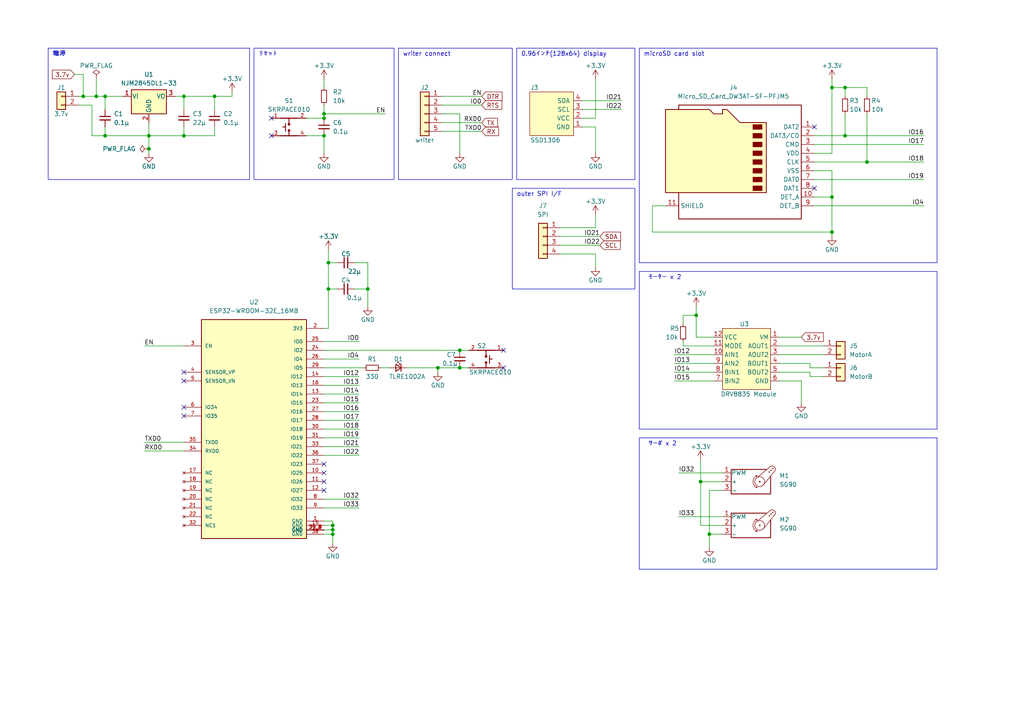
<source format=kicad_sch>
(kicad_sch (version 20230121) (generator eeschema)
  (paper "A4")
  (lib_symbols
    (symbol "Connector_Generic:Conn_01x02" (pin_names (offset 1.016) hide)
      (property "Reference" "J" (at 0 2.54 0))
      (property "Value" "Conn_01x02" (at 0 -5.08 0))
      (symbol "Conn_01x02_1_1"
        (rectangle (start -1.27 -2.413) (end 0 -2.667) (stroke (width 0.1524)))
        (rectangle (start -1.27 0.127) (end 0 -0.127) (stroke (width 0.1524)))
        (rectangle (start -1.27 1.27) (end 1.27 -3.81) (stroke (width 0.254)) (fill (type background)))
        (pin passive line (at -5.08 0 0) (length 3.81) (name "Pin_1") (number "1"))
        (pin passive line (at -5.08 -2.54 0) (length 3.81) (name "Pin_2") (number "2"))
      )
    )
    (symbol "Connector_Generic:Conn_01x04" (pin_names (offset 1.016) hide)
      (property "Reference" "J" (at 0 5.08 0))
      (property "Value" "Conn_01x04" (at 0 -7.62 0))
      (symbol "Conn_01x04_1_1"
        (rectangle (start -1.27 -4.953) (end 0 -5.207) (stroke (width 0.1524)))
        (rectangle (start -1.27 -2.413) (end 0 -2.667) (stroke (width 0.1524)))
        (rectangle (start -1.27 0.127) (end 0 -0.127) (stroke (width 0.1524)))
        (rectangle (start -1.27 2.667) (end 0 2.413) (stroke (width 0.1524)))
        (rectangle (start -1.27 3.81) (end 1.27 -6.35) (stroke (width 0.254)) (fill (type background)))
        (pin passive line (at -5.08 2.54 0) (length 3.81) (name "Pin_1") (number "1"))
        (pin passive line (at -5.08 0 0) (length 3.81) (name "Pin_2") (number "2"))
        (pin passive line (at -5.08 -2.54 0) (length 3.81) (name "Pin_3") (number "3"))
        (pin passive line (at -5.08 -5.08 0) (length 3.81) (name "Pin_4") (number "4"))
      )
    )
    (symbol "Connector_Generic:Conn_01x05" (pin_names (offset 1.016) hide)
      (property "Reference" "J" (at 0 7.62 0))
      (property "Value" "Conn_01x05" (at 0 -7.62 0))
      (symbol "Conn_01x05_1_1"
        (rectangle (start -1.27 -4.953) (end 0 -5.207) (stroke (width 0.1524)))
        (rectangle (start -1.27 -2.413) (end 0 -2.667) (stroke (width 0.1524)))
        (rectangle (start -1.27 0.127) (end 0 -0.127) (stroke (width 0.1524)))
        (rectangle (start -1.27 2.667) (end 0 2.413) (stroke (width 0.1524)))
        (rectangle (start -1.27 5.207) (end 0 4.953) (stroke (width 0.1524)))
        (rectangle (start -1.27 6.35) (end 1.27 -6.35) (stroke (width 0.254)) (fill (type background)))
        (pin passive line (at -5.08 5.08 0) (length 3.81) (name "Pin_1") (number "1"))
        (pin passive line (at -5.08 2.54 0) (length 3.81) (name "Pin_2") (number "2"))
        (pin passive line (at -5.08 0 0) (length 3.81) (name "Pin_3") (number "3"))
        (pin passive line (at -5.08 -2.54 0) (length 3.81) (name "Pin_4") (number "4"))
        (pin passive line (at -5.08 -5.08 0) (length 3.81) (name "Pin_5") (number "5"))
      )
    )
    (symbol "Motor:Motor_Servo" (pin_names (offset 0.0254))
      (property "Reference" "M" (at -5.08 4.445 0))
      (property "Value" "Motor_Servo" (at -5.08 -4.064 0))
      (symbol "Motor_Servo_0_1"
        (polyline (pts (xy 2.413 -1.778) (xy 2.032 -1.778)))
        (polyline (pts (xy 2.413 -1.778) (xy 2.286 -1.397)))
        (polyline (pts (xy 2.413 1.778) (xy 1.905 1.778)))
        (polyline (pts (xy 2.413 1.778) (xy 2.286 1.397)))
        (polyline (pts (xy 6.35 4.445) (xy 2.54 1.27)))
        (polyline (pts (xy 7.62 3.175) (xy 4.191 -1.016)))
        (polyline (pts (xy 5.08 3.556) (xy -5.08 3.556) (xy -5.08 -3.556) (xy 6.35 -3.556) (xy 6.35 1.524)) (stroke (width 0.254)))
        (arc (start 2.413 1.778) (mid 1.2406 0) (end 2.413 -1.778))
        (circle (center 3.175 0) (radius 0.1778))
        (circle (center 3.175 0) (radius 1.4224))
        (circle (center 5.969 2.794) (radius 0.127))
        (circle (center 6.477 3.302) (radius 0.127))
        (circle (center 6.985 3.81) (radius 0.127))
        (arc (start 7.62 3.175) (mid 7.4485 4.2735) (end 6.35 4.445))
      )
      (symbol "Motor_Servo_1_1"
        (pin passive line (at -7.62 2.54 0) (length 2.54) (name "PWM") (number "1"))
        (pin passive line (at -7.62 0 0) (length 2.54) (name "+") (number "2"))
        (pin passive line (at -7.62 -2.54 0) (length 2.54) (name "-") (number "3"))
      )
    )
    (symbol "MyLibrary:C_1608" (pin_numbers hide) (pin_names (offset 0.254) hide)
      (property "Reference" "C" (at 0.254 1.778 0))
      (property "Value" "C_1608" (at 0.254 -2.032 0))
      (symbol "C_1608_0_1"
        (polyline (pts (xy -1.524 -0.508) (xy 1.524 -0.508)) (stroke (width 0.3302)))
        (polyline (pts (xy -1.524 0.508) (xy 1.524 0.508)) (stroke (width 0.3048)))
      )
      (symbol "C_1608_1_1"
        (pin passive line (at 0 2.54 270) (length 2.032) (name "~") (number "1"))
        (pin passive line (at 0 -2.54 90) (length 2.032) (name "~") (number "2"))
      )
    )
    (symbol "MyLibrary:C_3216" (pin_numbers hide) (pin_names (offset 0.254) hide)
      (property "Reference" "C" (at 0.254 1.778 0))
      (property "Value" "C_3216" (at 0.254 -2.032 0))
      (symbol "C_3216_0_1"
        (polyline (pts (xy -1.524 -0.508) (xy 1.524 -0.508)) (stroke (width 0.3302)))
        (polyline (pts (xy -1.524 0.508) (xy 1.524 0.508)) (stroke (width 0.3048)))
      )
      (symbol "C_3216_1_1"
        (pin passive line (at 0 2.54 270) (length 2.032) (name "~") (number "1"))
        (pin passive line (at 0 -2.54 90) (length 2.032) (name "~") (number "2"))
      )
    )
    (symbol "MyLibrary:DRV8835_Module"
      (property "Reference" "U" (at -7.62 10.16 0))
      (property "Value" "DRV8835 Module" (at 0 -10.16 0))
      (symbol "DRV8835_Module_1_1"
        (rectangle (start -7.62 8.89) (end 6.35 -8.89) (fill (type background)))
        (pin power_in line (at -10.16 6.35 0) (length 2.54) (name "VM") (number "1"))
        (pin input line (at 8.89 1.27 180) (length 2.54) (name "AIN1") (number "10"))
        (pin input line (at 8.89 3.81 180) (length 2.54) (name "MODE") (number "11"))
        (pin power_in line (at 8.89 6.35 180) (length 2.54) (name "VCC") (number "12"))
        (pin output line (at -10.16 3.81 0) (length 2.54) (name "AOUT1") (number "2"))
        (pin output line (at -10.16 1.27 0) (length 2.54) (name "AOUT2") (number "3"))
        (pin output line (at -10.16 -1.27 0) (length 2.54) (name "BOUT1") (number "4"))
        (pin output line (at -10.16 -3.81 0) (length 2.54) (name "BOUT2") (number "5"))
        (pin power_in line (at -10.16 -6.35 0) (length 2.54) (name "GND") (number "6"))
        (pin input line (at 8.89 -6.35 180) (length 2.54) (name "BIN2") (number "7"))
        (pin input line (at 8.89 -3.81 180) (length 2.54) (name "BIN1") (number "8"))
        (pin input line (at 8.89 -1.27 180) (length 2.54) (name "AIN2") (number "9"))
      )
    )
    (symbol "MyLibrary:ESP32-WROOM-32E_16MB" (pin_names (offset 1.016))
      (property "Reference" "U" (at -15.24 33.909 0))
      (property "Value" "ESP32-WROOM-32E_16MB" (at -15.24 -33.02 0))
      (symbol "ESP32-WROOM-32E_16MB_0_0"
        (rectangle (start -15.24 -30.48) (end 15.24 33.02) (stroke (width 0.254)) (fill (type background)))
        (pin power_in line (at 20.32 -25.4 180) (length 5.08) (name "GND") (number "1"))
        (pin bidirectional line (at 20.32 -11.43 180) (length 5.08) (name "IO25") (number "10"))
        (pin bidirectional line (at 20.32 -13.97 180) (length 5.08) (name "IO26") (number "11"))
        (pin bidirectional line (at 20.32 -16.51 180) (length 5.08) (name "IO27") (number "12"))
        (pin bidirectional line (at 20.32 11.43 180) (length 5.08) (name "IO14") (number "13"))
        (pin bidirectional line (at 20.32 16.51 180) (length 5.08) (name "IO12") (number "14"))
        (pin power_in line (at 20.32 -26.67 180) (length 5.08) (name "GND") (number "15"))
        (pin bidirectional line (at 20.32 13.97 180) (length 5.08) (name "IO13") (number "16"))
        (pin no_connect line (at -20.32 -11.43 0) (length 5.08) (name "NC") (number "17"))
        (pin no_connect line (at -20.32 -13.97 0) (length 5.08) (name "NC") (number "18"))
        (pin no_connect line (at -20.32 -16.51 0) (length 5.08) (name "NC") (number "19"))
        (pin power_in line (at 20.32 30.48 180) (length 5.08) (name "3V3") (number "2"))
        (pin no_connect line (at -20.32 -19.05 0) (length 5.08) (name "NC") (number "20"))
        (pin no_connect line (at -20.32 -21.59 0) (length 5.08) (name "NC") (number "21"))
        (pin no_connect line (at -20.32 -24.13 0) (length 5.08) (name "NC") (number "22"))
        (pin bidirectional line (at 20.32 8.89 180) (length 5.08) (name "IO15") (number "23"))
        (pin bidirectional line (at 20.32 24.13 180) (length 5.08) (name "IO2") (number "24"))
        (pin bidirectional line (at 20.32 26.67 180) (length 5.08) (name "IO0") (number "25"))
        (pin bidirectional line (at 20.32 21.59 180) (length 5.08) (name "IO4") (number "26"))
        (pin bidirectional line (at 20.32 6.35 180) (length 5.08) (name "IO16") (number "27"))
        (pin bidirectional line (at 20.32 3.81 180) (length 5.08) (name "IO17") (number "28"))
        (pin bidirectional line (at 20.32 19.05 180) (length 5.08) (name "IO5") (number "29"))
        (pin input line (at -20.32 25.4 0) (length 5.08) (name "EN") (number "3"))
        (pin bidirectional line (at 20.32 1.27 180) (length 5.08) (name "IO18") (number "30"))
        (pin bidirectional line (at 20.32 -1.27 180) (length 5.08) (name "IO19") (number "31"))
        (pin no_connect line (at -20.32 -26.67 0) (length 5.08) (name "NC1") (number "32"))
        (pin bidirectional line (at 20.32 -3.81 180) (length 5.08) (name "IO21") (number "33"))
        (pin bidirectional line (at -20.32 -5.08 0) (length 5.08) (name "RXD0") (number "34"))
        (pin bidirectional line (at -20.32 -2.54 0) (length 5.08) (name "TXD0") (number "35"))
        (pin bidirectional line (at 20.32 -6.35 180) (length 5.08) (name "IO22") (number "36"))
        (pin bidirectional line (at 20.32 -8.89 180) (length 5.08) (name "IO23") (number "37"))
        (pin power_in line (at 20.32 -29.21 180) (length 5.08) (name "GND") (number "38"))
        (pin power_in line (at 20.32 -27.94 180) (length 5.08) (name "GND") (number "39_1"))
        (pin power_in line (at 20.32 -27.94 180) (length 5.08) (name "GND") (number "39_2"))
        (pin power_in line (at 20.32 -27.94 180) (length 5.08) (name "GND") (number "39_3"))
        (pin power_in line (at 20.32 -27.94 180) (length 5.08) (name "GND") (number "39_4"))
        (pin power_in line (at 20.32 -27.94 180) (length 5.08) (name "GND") (number "39_5"))
        (pin power_in line (at 20.32 -27.94 180) (length 5.08) (name "GND") (number "39_6"))
        (pin power_in line (at 20.32 -27.94 180) (length 5.08) (name "GND") (number "39_7"))
        (pin power_in line (at 20.32 -27.94 180) (length 5.08) (name "GND") (number "39_8"))
        (pin power_in line (at 20.32 -27.94 180) (length 5.08) (name "GND") (number "39_9"))
        (pin input line (at -20.32 17.78 0) (length 5.08) (name "SENSOR_VP") (number "4"))
        (pin input line (at -20.32 15.24 0) (length 5.08) (name "SENSOR_VN") (number "5"))
        (pin input line (at -20.32 7.62 0) (length 5.08) (name "IO34") (number "6"))
        (pin input line (at -20.32 5.08 0) (length 5.08) (name "IO35") (number "7"))
        (pin bidirectional line (at 20.32 -19.05 180) (length 5.08) (name "IO32") (number "8"))
        (pin bidirectional line (at 20.32 -21.59 180) (length 5.08) (name "IO33") (number "9"))
      )
    )
    (symbol "MyLibrary:LED_TLRE1002A" (pin_numbers hide) (pin_names (offset 0.254) hide)
      (property "Reference" "D" (at -1.27 3.175 0))
      (property "Value" "LED_TLRE1002A" (at -4.445 -2.54 0))
      (symbol "LED_TLRE1002A_0_1"
        (polyline (pts (xy -0.762 -1.016) (xy -0.762 1.016)) (stroke (width 0.254)))
        (polyline (pts (xy 1.016 0) (xy -0.762 0)))
        (polyline (pts (xy 0.762 -1.016) (xy -0.762 0) (xy 0.762 1.016) (xy 0.762 -1.016)) (stroke (width 0.254)))
        (polyline (pts (xy 0 0.762) (xy -0.508 1.27) (xy -0.254 1.27) (xy -0.508 1.27) (xy -0.508 1.016)))
        (polyline (pts (xy 0.508 1.27) (xy 0 1.778) (xy 0.254 1.778) (xy 0 1.778) (xy 0 1.524)))
      )
      (symbol "LED_TLRE1002A_1_1"
        (pin passive line (at -2.54 0 0) (length 1.778) (name "K") (number "1"))
        (pin passive line (at 2.54 0 180) (length 1.778) (name "A") (number "2"))
      )
    )
    (symbol "MyLibrary:Micro_SD_Card_DW3AT-SF-PFJM5"
      (property "Reference" "J" (at -16.51 17.78 0))
      (property "Value" "Micro_SD_Card_DW3AT-SF-PFJM5" (at 16.51 17.78 0))
      (symbol "Micro_SD_Card_DW3AT-SF-PFJM5_0_1"
        (rectangle (start -7.62 -6.985) (end -5.08 -8.255) (stroke (width 0.254)) (fill (type outline)))
        (rectangle (start -7.62 -4.445) (end -5.08 -5.715) (stroke (width 0.254)) (fill (type outline)))
        (rectangle (start -7.62 -1.905) (end -5.08 -3.175) (stroke (width 0.254)) (fill (type outline)))
        (rectangle (start -7.62 0.635) (end -5.08 -0.635) (stroke (width 0.254)) (fill (type outline)))
        (rectangle (start -7.62 3.175) (end -5.08 1.905) (stroke (width 0.254)) (fill (type outline)))
        (rectangle (start -7.62 5.715) (end -5.08 4.445) (stroke (width 0.254)) (fill (type outline)))
        (rectangle (start -7.62 8.255) (end -5.08 6.985) (stroke (width 0.254)) (fill (type outline)))
        (rectangle (start -7.62 10.795) (end -5.08 9.525) (stroke (width 0.254)) (fill (type outline)))
        (polyline (pts (xy 16.51 15.24) (xy 16.51 16.51) (xy -19.05 16.51) (xy -19.05 -16.51) (xy 16.51 -16.51) (xy 16.51 -8.89)) (stroke (width 0.254)))
        (polyline (pts (xy -8.89 -8.89) (xy -8.89 11.43) (xy -1.27 11.43) (xy 2.54 15.24) (xy 3.81 15.24) (xy 3.81 13.97) (xy 6.35 13.97) (xy 7.62 15.24) (xy 20.32 15.24) (xy 20.32 -8.89) (xy -8.89 -8.89)) (stroke (width 0.254)) (fill (type background)))
      )
      (symbol "Micro_SD_Card_DW3AT-SF-PFJM5_1_1"
        (pin bidirectional line (at -22.86 10.16 0) (length 3.81) (name "DAT2") (number "1"))
        (pin passive line (at -22.86 -10.16 0) (length 3.81) (name "DET_A") (number "10"))
        (pin passive line (at 20.32 -12.7 180) (length 3.81) (name "SHIELD") (number "11"))
        (pin bidirectional line (at -22.86 7.62 0) (length 3.81) (name "DAT3/CD") (number "2"))
        (pin input line (at -22.86 5.08 0) (length 3.81) (name "CMD") (number "3"))
        (pin power_in line (at -22.86 2.54 0) (length 3.81) (name "VDD") (number "4"))
        (pin input line (at -22.86 0 0) (length 3.81) (name "CLK") (number "5"))
        (pin power_in line (at -22.86 -2.54 0) (length 3.81) (name "VSS") (number "6"))
        (pin bidirectional line (at -22.86 -5.08 0) (length 3.81) (name "DAT0") (number "7"))
        (pin bidirectional line (at -22.86 -7.62 0) (length 3.81) (name "DAT1") (number "8"))
        (pin passive line (at -22.86 -12.7 0) (length 3.81) (name "DET_B") (number "9"))
      )
    )
    (symbol "MyLibrary:NJM2845DL1-33" (pin_names (offset 0.254))
      (property "Reference" "U" (at -3.81 3.175 0))
      (property "Value" "NJM2845DL1-33" (at 0 3.175 0))
      (symbol "NJM2845DL1-33_0_1"
        (rectangle (start -5.08 1.905) (end 5.08 -5.08) (stroke (width 0.254)) (fill (type background)))
      )
      (symbol "NJM2845DL1-33_1_1"
        (pin power_in line (at -7.62 0 0) (length 2.54) (name "VI") (number "1"))
        (pin power_in line (at 0 -7.62 90) (length 2.54) (name "GND") (number "2"))
        (pin power_out line (at 7.62 0 180) (length 2.54) (name "VO") (number "3"))
      )
    )
    (symbol "MyLibrary:R_1608" (pin_numbers hide) (pin_names (offset 0.254) hide)
      (property "Reference" "R" (at 0.762 0.508 0))
      (property "Value" "R_1608" (at 0.762 -1.016 0))
      (symbol "R_1608_0_1"
        (rectangle (start -0.762 1.778) (end 0.762 -1.778) (stroke (width 0.2032)))
      )
      (symbol "R_1608_1_1"
        (pin passive line (at 0 2.54 270) (length 0.762) (name "~") (number "1"))
        (pin passive line (at 0 -2.54 90) (length 0.762) (name "~") (number "2"))
      )
    )
    (symbol "MyLibrary:SKRPACE010" (pin_names (offset 1.016))
      (property "Reference" "S" (at -2.5431 5.0863 0))
      (property "Value" "SKRPACE010" (at -2.5442 -5.0884 0))
      (symbol "SKRPACE010_0_0"
        (circle (center 0 -1.016) (radius 0.254) (stroke (width 0.254)))
        (polyline (pts (xy -5.08 2.54) (xy 5.08 2.54)) (stroke (width 0.254)))
        (polyline (pts (xy -2.54 -2.54) (xy 0 -2.54)) (stroke (width 0.254)))
        (polyline (pts (xy -2.54 2.54) (xy 0 2.54)) (stroke (width 0.254)))
        (polyline (pts (xy -1.016 0) (xy -1.778 0)) (stroke (width 0.254)))
        (polyline (pts (xy -1.016 0) (xy -1.016 -1.27)) (stroke (width 0.254)))
        (polyline (pts (xy -1.016 1.016) (xy -1.016 0)) (stroke (width 0.254)))
        (polyline (pts (xy 0 -2.54) (xy 2.54 -2.54)) (stroke (width 0.254)))
        (polyline (pts (xy 0 -1.016) (xy 0 -2.54)) (stroke (width 0.254)))
        (polyline (pts (xy 0 0.762) (xy 0 2.54)) (stroke (width 0.254)))
        (polyline (pts (xy 0 2.54) (xy 2.54 2.54)) (stroke (width 0.254)))
        (polyline (pts (xy 5.08 -2.54) (xy -5.08 -2.54)) (stroke (width 0.254)))
        (circle (center 0 0.762) (radius 0.254) (stroke (width 0.254)))
        (pin bidirectional line (at -5.08 2.54 0) (length 2.54) (name "~") (number "1"))
        (pin bidirectional line (at 5.08 2.54 180) (length 2.54) (name "~") (number "2"))
        (pin bidirectional line (at -5.08 -2.54 0) (length 2.54) (name "~") (number "3"))
        (pin bidirectional line (at 5.08 -2.54 180) (length 2.54) (name "~") (number "4"))
      )
    )
    (symbol "SSD1306-128x64_OLED:SSD1306" (pin_names (offset 1.016))
      (property "Reference" "Brd" (at 0 -3.81 0))
      (property "Value" "SSD1306" (at 0 -1.27 0))
      (symbol "SSD1306_0_1"
        (rectangle (start -6.35 6.35) (end 6.35 -6.35) (fill (type background)))
      )
      (symbol "SSD1306_1_1"
        (pin input line (at -3.81 8.89 270) (length 2.54) (name "GND") (number "1"))
        (pin input line (at -1.27 8.89 270) (length 2.54) (name "VCC") (number "2"))
        (pin input line (at 1.27 8.89 270) (length 2.54) (name "SCL") (number "3"))
        (pin input line (at 3.81 8.89 270) (length 2.54) (name "SDA") (number "4"))
      )
    )
    (symbol "power:+3.3V" (power) (pin_names (offset 0))
      (property "Value" "+3.3V" (at 0 3.556 0))
      (symbol "+3.3V_0_1"
        (polyline (pts (xy -0.762 1.27) (xy 0 2.54)))
        (polyline (pts (xy 0 0) (xy 0 2.54)))
        (polyline (pts (xy 0 2.54) (xy 0.762 1.27)))
      )
      (symbol "+3.3V_1_1"
        (pin power_in line (at 0 0 90) (length 0) hide (name "+3.3V") (number "1"))
      )
    )
    (symbol "power:GND" (power) (pin_names (offset 0))
      (property "Value" "GND" (at 0 -3.81 0))
      (symbol "GND_0_1"
        (polyline (pts (xy 0 0) (xy 0 -1.27) (xy 1.27 -1.27) (xy 0 -2.54) (xy -1.27 -1.27) (xy 0 -1.27)))
      )
      (symbol "GND_1_1"
        (pin power_in line (at 0 0 270) (length 0) hide (name "GND") (number "1"))
      )
    )
    (symbol "power:PWR_FLAG" (power) (pin_numbers hide) (pin_names (offset 0) hide)
      (property "Value" "PWR_FLAG" (at 0 3.81 0))
      (symbol "PWR_FLAG_0_0"
        (pin power_out line (at 0 0 90) (length 0) (name "pwr") (number "1"))
      )
      (symbol "PWR_FLAG_0_1"
        (polyline (pts (xy 0 0) (xy 0 1.27) (xy -1.016 1.905) (xy 0 2.54) (xy 1.016 1.905) (xy 0 1.27)))
      )
    )
  )
  (junction (at 205.74 154.94))
  (junction (at 96.52 153.67))
  (junction (at 95.25 83.82))
  (junction (at 93.98 34.29))
  (junction (at 133.35 106.68))
  (junction (at 245.11 25.4))
  (junction (at 30.48 39.37))
  (junction (at 203.2 139.7))
  (junction (at 30.48 27.94))
  (junction (at 27.94 27.94))
  (junction (at 133.35 101.6))
  (junction (at 96.52 154.94))
  (junction (at 43.18 39.37))
  (junction (at 127 106.68))
  (junction (at 43.18 43.18))
  (junction (at 95.25 76.2))
  (junction (at 93.98 39.37))
  (junction (at 241.3 25.4))
  (junction (at 201.93 91.44))
  (junction (at 241.3 57.15))
  (junction (at 251.46 46.99))
  (junction (at 245.11 39.37))
  (junction (at 53.34 39.37))
  (junction (at 24.13 27.94))
  (junction (at 106.68 83.82))
  (junction (at 62.23 27.94))
  (junction (at 93.98 33.02))
  (junction (at 241.3 67.31))
  (junction (at 53.34 27.94))
  (junction (at 96.52 152.4))
  (no_connect (at 146.05 101.6))
  (no_connect (at 78.74 39.37))
  (no_connect (at 53.34 120.65))
  (no_connect (at 53.34 107.95))
  (no_connect (at 93.98 142.24))
  (no_connect (at 93.98 134.62))
  (no_connect (at 78.74 34.29))
  (no_connect (at 146.05 106.68))
  (no_connect (at 236.22 36.83))
  (no_connect (at 93.98 139.7))
  (no_connect (at 236.22 54.61))
  (no_connect (at 53.34 110.49))
  (no_connect (at 93.98 137.16))
  (no_connect (at 53.34 118.11))
  (wire (pts (xy 53.34 39.37) (xy 62.23 39.37)))
  (wire (pts (xy 133.35 33.02) (xy 133.35 44.45)))
  (wire (pts (xy 205.74 154.94) (xy 205.74 158.75)))
  (wire (pts (xy 234.95 106.68) (xy 238.76 106.68)))
  (wire (pts (xy 27.94 22.86) (xy 27.94 27.94)))
  (wire (pts (xy 93.98 99.06) (xy 104.14 99.06)))
  (wire (pts (xy 162.56 66.04) (xy 172.72 66.04)))
  (wire (pts (xy 53.34 36.83) (xy 53.34 39.37)))
  (wire (pts (xy 93.98 116.84) (xy 104.14 116.84)))
  (wire (pts (xy 232.41 110.49) (xy 232.41 116.84)))
  (wire (pts (xy 110.49 106.68) (xy 113.03 106.68)))
  (wire (pts (xy 236.22 46.99) (xy 251.46 46.99)))
  (wire (pts (xy 93.98 124.46) (xy 104.14 124.46)))
  (wire (pts (xy 93.98 114.3) (xy 104.14 114.3)))
  (wire (pts (xy 209.55 142.24) (xy 205.74 142.24)))
  (wire (pts (xy 93.98 144.78) (xy 104.14 144.78)))
  (wire (pts (xy 168.91 36.83) (xy 172.72 36.83)))
  (wire (pts (xy 30.48 27.94) (xy 30.48 31.75)))
  (wire (pts (xy 102.87 83.82) (xy 106.68 83.82)))
  (wire (pts (xy 96.52 154.94) (xy 96.52 157.48)))
  (wire (pts (xy 245.11 27.94) (xy 245.11 25.4)))
  (wire (pts (xy 236.22 57.15) (xy 241.3 57.15)))
  (wire (pts (xy 201.93 88.9) (xy 201.93 91.44)))
  (wire (pts (xy 127 106.68) (xy 127 107.95)))
  (wire (pts (xy 203.2 139.7) (xy 203.2 133.35)))
  (wire (pts (xy 226.06 100.33) (xy 238.76 100.33)))
  (wire (pts (xy 241.3 44.45) (xy 241.3 25.4)))
  (wire (pts (xy 24.13 21.59) (xy 24.13 27.94)))
  (wire (pts (xy 172.72 36.83) (xy 172.72 44.45)))
  (wire (pts (xy 209.55 139.7) (xy 203.2 139.7)))
  (wire (pts (xy 93.98 152.4) (xy 96.52 152.4)))
  (wire (pts (xy 236.22 39.37) (xy 245.11 39.37)))
  (wire (pts (xy 53.34 27.94) (xy 62.23 27.94)))
  (wire (pts (xy 128.27 38.1) (xy 139.7 38.1)))
  (wire (pts (xy 201.93 97.79) (xy 207.01 97.79)))
  (wire (pts (xy 189.23 59.69) (xy 189.23 67.31)))
  (wire (pts (xy 93.98 101.6) (xy 133.35 101.6)))
  (wire (pts (xy 241.3 25.4) (xy 241.3 22.86)))
  (wire (pts (xy 128.27 35.56) (xy 139.7 35.56)))
  (wire (pts (xy 172.72 34.29) (xy 172.72 22.86)))
  (wire (pts (xy 241.3 49.53) (xy 241.3 57.15)))
  (wire (pts (xy 251.46 46.99) (xy 267.97 46.99)))
  (wire (pts (xy 205.74 142.24) (xy 205.74 154.94)))
  (wire (pts (xy 245.11 33.02) (xy 245.11 39.37)))
  (wire (pts (xy 168.91 29.21) (xy 180.34 29.21)))
  (wire (pts (xy 234.95 107.95) (xy 234.95 109.22)))
  (wire (pts (xy 88.9 39.37) (xy 93.98 39.37)))
  (wire (pts (xy 236.22 52.07) (xy 267.97 52.07)))
  (wire (pts (xy 41.91 100.33) (xy 53.34 100.33)))
  (wire (pts (xy 43.18 35.56) (xy 43.18 39.37)))
  (wire (pts (xy 195.58 110.49) (xy 207.01 110.49)))
  (wire (pts (xy 226.06 105.41) (xy 234.95 105.41)))
  (wire (pts (xy 251.46 33.02) (xy 251.46 46.99)))
  (wire (pts (xy 93.98 111.76) (xy 104.14 111.76)))
  (wire (pts (xy 198.12 91.44) (xy 201.93 91.44)))
  (wire (pts (xy 27.94 27.94) (xy 30.48 27.94)))
  (wire (pts (xy 236.22 44.45) (xy 241.3 44.45)))
  (wire (pts (xy 172.72 73.66) (xy 172.72 77.47)))
  (wire (pts (xy 22.86 30.48) (xy 26.67 30.48)))
  (wire (pts (xy 128.27 27.94) (xy 139.7 27.94)))
  (wire (pts (xy 30.48 39.37) (xy 43.18 39.37)))
  (wire (pts (xy 201.93 91.44) (xy 201.93 97.79)))
  (wire (pts (xy 93.98 153.67) (xy 96.52 153.67)))
  (wire (pts (xy 127 106.68) (xy 133.35 106.68)))
  (wire (pts (xy 209.55 152.4) (xy 203.2 152.4)))
  (wire (pts (xy 226.06 102.87) (xy 238.76 102.87)))
  (wire (pts (xy 236.22 41.91) (xy 267.97 41.91)))
  (wire (pts (xy 251.46 25.4) (xy 245.11 25.4)))
  (wire (pts (xy 93.98 95.25) (xy 95.25 95.25)))
  (wire (pts (xy 106.68 76.2) (xy 106.68 83.82)))
  (wire (pts (xy 93.98 109.22) (xy 104.14 109.22)))
  (wire (pts (xy 162.56 68.58) (xy 173.99 68.58)))
  (wire (pts (xy 95.25 95.25) (xy 95.25 83.82)))
  (wire (pts (xy 93.98 129.54) (xy 104.14 129.54)))
  (wire (pts (xy 251.46 27.94) (xy 251.46 25.4)))
  (wire (pts (xy 195.58 107.95) (xy 207.01 107.95)))
  (wire (pts (xy 93.98 106.68) (xy 105.41 106.68)))
  (wire (pts (xy 133.35 106.68) (xy 135.89 106.68)))
  (wire (pts (xy 245.11 25.4) (xy 241.3 25.4)))
  (wire (pts (xy 234.95 105.41) (xy 234.95 106.68)))
  (wire (pts (xy 207.01 100.33) (xy 198.12 100.33)))
  (wire (pts (xy 93.98 30.48) (xy 93.98 33.02)))
  (wire (pts (xy 168.91 34.29) (xy 172.72 34.29)))
  (wire (pts (xy 226.06 110.49) (xy 232.41 110.49)))
  (wire (pts (xy 226.06 97.79) (xy 232.41 97.79)))
  (wire (pts (xy 195.58 102.87) (xy 207.01 102.87)))
  (wire (pts (xy 133.35 101.6) (xy 135.89 101.6)))
  (wire (pts (xy 93.98 104.14) (xy 104.14 104.14)))
  (wire (pts (xy 102.87 76.2) (xy 106.68 76.2)))
  (wire (pts (xy 226.06 107.95) (xy 234.95 107.95)))
  (wire (pts (xy 41.91 128.27) (xy 53.34 128.27)))
  (wire (pts (xy 26.67 39.37) (xy 30.48 39.37)))
  (wire (pts (xy 93.98 33.02) (xy 93.98 34.29)))
  (wire (pts (xy 43.18 39.37) (xy 53.34 39.37)))
  (wire (pts (xy 172.72 66.04) (xy 172.72 62.23)))
  (wire (pts (xy 196.85 149.86) (xy 209.55 149.86)))
  (wire (pts (xy 162.56 73.66) (xy 172.72 73.66)))
  (wire (pts (xy 43.18 43.18) (xy 43.18 44.45)))
  (wire (pts (xy 95.25 76.2) (xy 95.25 72.39)))
  (wire (pts (xy 50.8 27.94) (xy 53.34 27.94)))
  (wire (pts (xy 93.98 121.92) (xy 104.14 121.92)))
  (wire (pts (xy 88.9 34.29) (xy 93.98 34.29)))
  (wire (pts (xy 22.86 27.94) (xy 24.13 27.94)))
  (wire (pts (xy 168.91 31.75) (xy 180.34 31.75)))
  (wire (pts (xy 62.23 27.94) (xy 62.23 31.75)))
  (wire (pts (xy 95.25 76.2) (xy 97.79 76.2)))
  (wire (pts (xy 195.58 105.41) (xy 207.01 105.41)))
  (wire (pts (xy 96.52 152.4) (xy 96.52 153.67)))
  (wire (pts (xy 30.48 27.94) (xy 35.56 27.94)))
  (wire (pts (xy 93.98 154.94) (xy 96.52 154.94)))
  (wire (pts (xy 93.98 147.32) (xy 104.14 147.32)))
  (wire (pts (xy 95.25 83.82) (xy 95.25 76.2)))
  (wire (pts (xy 67.31 27.94) (xy 67.31 26.67)))
  (wire (pts (xy 96.52 151.13) (xy 96.52 152.4)))
  (wire (pts (xy 234.95 109.22) (xy 238.76 109.22)))
  (wire (pts (xy 241.3 57.15) (xy 241.3 67.31)))
  (wire (pts (xy 93.98 22.86) (xy 93.98 25.4)))
  (wire (pts (xy 24.13 27.94) (xy 27.94 27.94)))
  (wire (pts (xy 93.98 119.38) (xy 104.14 119.38)))
  (wire (pts (xy 106.68 83.82) (xy 106.68 88.9)))
  (wire (pts (xy 128.27 30.48) (xy 139.7 30.48)))
  (wire (pts (xy 93.98 132.08) (xy 104.14 132.08)))
  (wire (pts (xy 95.25 83.82) (xy 97.79 83.82)))
  (wire (pts (xy 62.23 27.94) (xy 67.31 27.94)))
  (wire (pts (xy 53.34 27.94) (xy 53.34 31.75)))
  (wire (pts (xy 30.48 36.83) (xy 30.48 39.37)))
  (wire (pts (xy 198.12 93.98) (xy 198.12 91.44)))
  (wire (pts (xy 93.98 39.37) (xy 93.98 44.45)))
  (wire (pts (xy 43.18 39.37) (xy 43.18 43.18)))
  (wire (pts (xy 62.23 39.37) (xy 62.23 36.83)))
  (wire (pts (xy 193.04 59.69) (xy 189.23 59.69)))
  (wire (pts (xy 26.67 30.48) (xy 26.67 39.37)))
  (wire (pts (xy 245.11 39.37) (xy 267.97 39.37)))
  (wire (pts (xy 241.3 67.31) (xy 241.3 68.58)))
  (wire (pts (xy 203.2 152.4) (xy 203.2 139.7)))
  (wire (pts (xy 236.22 49.53) (xy 241.3 49.53)))
  (wire (pts (xy 205.74 154.94) (xy 209.55 154.94)))
  (wire (pts (xy 236.22 59.69) (xy 267.97 59.69)))
  (wire (pts (xy 118.11 106.68) (xy 127 106.68)))
  (wire (pts (xy 41.91 130.81) (xy 53.34 130.81)))
  (wire (pts (xy 189.23 67.31) (xy 241.3 67.31)))
  (wire (pts (xy 198.12 100.33) (xy 198.12 99.06)))
  (wire (pts (xy 93.98 151.13) (xy 96.52 151.13)))
  (wire (pts (xy 21.59 21.59) (xy 24.13 21.59)))
  (wire (pts (xy 162.56 71.12) (xy 173.99 71.12)))
  (wire (pts (xy 128.27 33.02) (xy 133.35 33.02)))
  (wire (pts (xy 93.98 33.02) (xy 111.76 33.02)))
  (wire (pts (xy 196.85 137.16) (xy 209.55 137.16)))
  (wire (pts (xy 96.52 153.67) (xy 96.52 154.94)))
  (wire (pts (xy 93.98 127) (xy 104.14 127)))
  (rectangle (start 73.66 13.97) (end 114.3 52.07))
  (rectangle (start 185.42 127) (end 271.78 165.1))
  (rectangle (start 148.59 54.61) (end 184.15 83.82))
  (rectangle (start 115.57 13.97) (end 148.59 52.07))
  (rectangle (start 185.42 13.97) (end 271.78 76.2))
  (rectangle (start 185.42 78.74) (end 271.78 124.46))
  (rectangle (start 13.97 13.97) (end 72.39 52.07))
  (rectangle (start 149.86 13.97) (end 184.15 52.07))
  (text "リセット" (at 74.93 16.51 0) (effects (font (size 1.27 1.27)) (justify left bottom)))
  (text "モーター x 2" (at 187.96 81.28 0) (effects (font (size 1.27 1.27)) (justify left bottom)))
  (text "microSD card slot" (at 186.69 16.51 0) (effects (font (size 1.27 1.27)) (justify left bottom)))
  (text "電源" (at 15.24 16.51 0) (effects (font (size 1.27 1.27)) (justify left bottom)))
  (text "writer connect" (at 116.84 16.51 0) (effects (font (size 1.27 1.27)) (justify left bottom)))
  (text "サーボ x 2" (at 187.96 129.54 0) (effects (font (size 1.27 1.27)) (justify left bottom)))
  (text "outer SPI I/F" (at 149.86 57.15 0) (effects (font (size 1.27 1.27)) (justify left bottom)))
  (text "0.96インチ(128x64) display" (at 151.13 16.51 0) (effects (font (size 1.27 1.27)) (justify left bottom)))
  (label "EN" (at 111.76 33.02 180))
  (label "IO22" (at 180.34 31.75 180))
  (label "IO17" (at 104.14 121.92 180))
  (label "IO19" (at 104.14 127 180))
  (label "IO22" (at 104.14 132.08 180))
  (label "IO4" (at 104.14 104.14 180))
  (label "IO16" (at 267.97 39.37 180))
  (label "EN" (at 41.91 100.33 0))
  (label "TXD0" (at 41.91 128.27 0))
  (label "IO33" (at 104.14 147.32 180))
  (label "IO15" (at 195.58 110.49 0))
  (label "RXD0" (at 139.7 35.56 180))
  (label "RXD0" (at 41.91 130.81 0))
  (label "IO0" (at 139.7 30.48 180))
  (label "IO18" (at 104.14 124.46 180))
  (label "IO33" (at 196.85 149.86 0))
  (label "IO13" (at 195.58 105.41 0))
  (label "IO16" (at 104.14 119.38 180))
  (label "IO19" (at 267.97 52.07 180))
  (label "IO15" (at 104.14 116.84 180))
  (label "IO17" (at 267.97 41.91 180))
  (label "IO12" (at 195.58 102.87 0))
  (label "IO21" (at 180.34 29.21 180))
  (label "TXD0" (at 139.7 38.1 180))
  (label "IO18" (at 267.97 46.99 180))
  (label "IO13" (at 104.14 111.76 180))
  (label "IO0" (at 104.14 99.06 180))
  (label "EN" (at 139.7 27.94 180))
  (label "IO32" (at 104.14 144.78 180))
  (label "IO22" (at 173.99 71.12 180))
  (label "IO4" (at 267.97 59.69 180))
  (label "IO12" (at 104.14 109.22 180))
  (label "IO21" (at 104.14 129.54 180))
  (label "IO14" (at 104.14 114.3 180))
  (label "IO32" (at 196.85 137.16 0))
  (label "IO21" (at 173.99 68.58 180))
  (label "IO14" (at 195.58 107.95 0))
  (global_label "3.7v" (shape input) (at 21.59 21.59 180) (property "Intersheetrefs" "${INTERSHEET_REFS}" (effects hide)))
  (global_label "DTR" (shape input) (at 139.7 27.94 0) (property "Intersheetrefs" "${INTERSHEET_REFS}" (effects hide)))
  (global_label "TX" (shape input) (at 139.7 35.56 0) (property "Intersheetrefs" "${INTERSHEET_REFS}" (effects hide)))
  (global_label "RX" (shape input) (at 139.7 38.1 0) (property "Intersheetrefs" "${INTERSHEET_REFS}" (effects hide)))
  (global_label "SCL" (shape input) (at 173.99 71.12 0) (property "Intersheetrefs" "${INTERSHEET_REFS}" (effects hide)))
  (global_label "RTS" (shape input) (at 139.7 30.48 0) (property "Intersheetrefs" "${INTERSHEET_REFS}" (effects hide)))
  (global_label "3.7v" (shape input) (at 232.41 97.79 0) (property "Intersheetrefs" "${INTERSHEET_REFS}" (effects hide)))
  (global_label "SDA" (shape input) (at 173.99 68.58 0) (property "Intersheetrefs" "${INTERSHEET_REFS}" (effects hide)))
  (symbol (lib_id "power:GND") (at 133.35 44.45 0) (unit 1)
    (property "Reference" "#PWR09" (effects hide))
    (property "Value" "GND" (at 133.35 48.26 0))
  )
  (symbol (lib_id "MyLibrary:DRV8835_Module") (at 215.9 104.14 0) (mirror y) (unit 1)
    (property "Reference" "U3" (at 215.9 93.98 0))
    (property "Value" "DRV8835 Module" (at 217.17 114.3 0))
    (property "Footprint" "Akizuki_Library:DRV8835-Module" (effects hide))
  )
  (symbol (lib_id "power:+3.3V") (at 67.31 26.67 0) (unit 1)
    (property "Reference" "#PWR02" (effects hide))
    (property "Value" "+3.3V" (at 67.31 22.86 0))
  )
  (symbol (lib_id "power:GND") (at 43.18 44.45 0) (unit 1)
    (property "Reference" "#PWR01" (effects hide))
    (property "Value" "GND" (at 43.18 48.26 0))
  )
  (symbol (lib_id "MyLibrary:R_1608") (at 198.12 96.52 0) (unit 1)
    (property "Reference" "R5" (at 194.31 95.25 0) (effects (justify left)))
    (property "Value" "10k" (at 193.04 97.79 0) (effects (justify left)))
    (property "Footprint" "Resistor_SMD:R_0603_1608Metric_Pad0.98x0.95mm_HandSolder" (effects hide))
  )
  (symbol (lib_id "MyLibrary:C_1608") (at 100.33 83.82 90) (unit 1)
    (property "Reference" "C4" (at 100.33 81.28 90))
    (property "Value" "0.1μ" (at 102.87 86.36 90))
    (property "Footprint" "Capacitor_SMD:C_0603_1608Metric_Pad1.08x0.95mm_HandSolder" (effects hide))
  )
  (symbol (lib_id "power:GND") (at 205.74 158.75 0) (unit 1)
    (property "Reference" "#PWR016" (effects hide))
    (property "Value" "GND" (at 205.74 162.56 0))
  )
  (symbol (lib_id "MyLibrary:C_1608") (at 93.98 36.83 0) (unit 1)
    (property "Reference" "C6" (at 96.52 35.5663 0) (effects (justify left)))
    (property "Value" "0.1μ" (at 96.52 38.1063 0) (effects (justify left)))
    (property "Footprint" "Capacitor_SMD:C_0603_1608Metric_Pad1.08x0.95mm_HandSolder" (effects hide))
  )
  (symbol (lib_id "power:GND") (at 172.72 77.47 0) (unit 1)
    (property "Reference" "#PWR019" (effects hide))
    (property "Value" "GND" (at 172.72 81.28 0))
  )
  (symbol (lib_id "power:PWR_FLAG") (at 27.94 22.86 0) (unit 1)
    (property "Reference" "#FLG01" (effects hide))
    (property "Value" "PWR_FLAG" (at 27.94 19.05 0))
  )
  (symbol (lib_id "MyLibrary:C_1608") (at 30.48 34.29 0) (unit 1)
    (property "Reference" "C1" (at 33.02 33.0263 0) (effects (justify left)))
    (property "Value" "0.1μ" (at 33.02 35.5663 0) (effects (justify left)))
    (property "Footprint" "Capacitor_SMD:C_0603_1608Metric_Pad1.08x0.95mm_HandSolder" (effects hide))
  )
  (symbol (lib_id "Connector_Generic:Conn_01x02") (at 243.84 100.33 0) (unit 1)
    (property "Reference" "J5" (at 246.38 100.33 0) (effects (justify left)))
    (property "Value" "MotorA" (at 246.38 102.87 0) (effects (justify left)))
    (property "Footprint" "Connector_JST:JST_XH_B2B-XH-A_1x02_P2.50mm_Vertical" (effects hide))
  )
  (symbol (lib_id "Connector_Generic:Conn_01x05") (at 123.19 33.02 0) (mirror y) (unit 1)
    (property "Reference" "J2" (at 123.19 25.4 0))
    (property "Value" "writer" (at 123.19 40.64 0))
    (property "Footprint" "Connector_JST:JST_XH_B5B-XH-A_1x05_P2.50mm_Vertical" (effects hide))
  )
  (symbol (lib_id "power:+3.3V") (at 172.72 62.23 0) (unit 1)
    (property "Reference" "#PWR018" (effects hide))
    (property "Value" "+3.3V" (at 172.72 58.42 0))
  )
  (symbol (lib_id "Connector_Generic:Conn_01x04") (at 157.48 68.58 0) (mirror y) (unit 1)
    (property "Reference" "J7" (at 157.48 59.69 0))
    (property "Value" "SPI" (at 157.48 62.23 0))
    (property "Footprint" "Connector_JST:JST_XH_B4B-XH-A_1x04_P2.50mm_Vertical" (effects hide))
  )
  (symbol (lib_id "MyLibrary:R_1608") (at 107.95 106.68 90) (unit 1)
    (property "Reference" "R1" (at 107.95 104.14 90))
    (property "Value" "330" (at 107.95 109.22 90))
    (property "Footprint" "Resistor_SMD:R_0603_1608Metric_Pad0.98x0.95mm_HandSolder" (effects hide))
  )
  (symbol (lib_id "MyLibrary:Micro_SD_Card_DW3AT-SF-PFJM5") (at 213.36 46.99 0) (mirror y) (unit 1)
    (property "Reference" "J4" (at 212.725 25.4 0))
    (property "Value" "Micro_SD_Card_DW3AT-SF-PFJM5" (at 212.725 27.94 0))
    (property "Footprint" "Connector_Card:microSD_HC_Hirose_DM3AT-SF-PEJM5" (effects hide))
    (property "Datasheet" "https://www.hirose.com/en/product/document?clcode=&productname=&series=DM3&documenttype=Catalog&lang=en&documentid=D49662_en" (effects hide))
  )
  (symbol (lib_id "Connector_Generic:Conn_01x02") (at 243.84 106.68 0) (unit 1)
    (property "Reference" "J6" (at 246.38 106.68 0) (effects (justify left)))
    (property "Value" "MotorB" (at 246.38 109.22 0) (effects (justify left)))
    (property "Footprint" "Connector_JST:JST_XH_B2B-XH-A_1x02_P2.50mm_Vertical" (effects hide))
  )
  (symbol (lib_id "MyLibrary:SKRPACE010") (at 140.97 104.14 0) (mirror y) (unit 1)
    (property "Reference" "S2" (at 139.7 100.33 0))
    (property "Value" "SKRPACE010" (at 142.24 107.95 0))
    (property "Footprint" "MyLibrary:SW_SKRPACE010" (effects hide))
    (property "MF" "ALPS" (effects hide))
    (property "Description" "\nSwitch Tactile N.O. SPST Button J-Bend 0.05A 16VDC 2.55N SMD Automotive T/R\n" (effects hide))
    (property "Package" "None" (effects hide))
    (property "Price" "None" (effects hide))
    (property "Check_prices" "https://www.snapeda.com/parts/SKRPACE010/ALPS/view-part/?ref=eda" (effects hide))
    (property "STANDARD" "Maniufacturer Recommendations" (effects hide))
    (property "SnapEDA_Link" "https://www.snapeda.com/parts/SKRPACE010/ALPS/view-part/?ref=snap" (effects hide))
    (property "MP" "SKRPACE010" (effects hide))
    (property "Purchase-URL" "https://www.snapeda.com/api/url_track_click_mouser/?unipart_id=376136&manufacturer=ALPS&part_name=SKRPACE010&search_term=tact switch" (effects hide))
    (property "Availability" "In Stock" (effects hide))
    (property "MANUFACTURER" "ALPS" (effects hide))
  )
  (symbol (lib_id "MyLibrary:C_1608") (at 133.35 104.14 0) (unit 1)
    (property "Reference" "C7" (at 129.54 102.87 0) (effects (justify left)))
    (property "Value" "0.1μ" (at 128.27 105.41 0) (effects (justify left)))
    (property "Footprint" "Capacitor_SMD:C_0603_1608Metric_Pad1.08x0.95mm_HandSolder" (effects hide))
  )
  (symbol (lib_id "power:GND") (at 172.72 44.45 0) (unit 1)
    (property "Reference" "#PWR010" (effects hide))
    (property "Value" "GND" (at 172.72 48.26 0))
  )
  (symbol (lib_id "MyLibrary:C_3216") (at 100.33 76.2 90) (unit 1)
    (property "Reference" "C5" (at 100.33 73.66 90))
    (property "Value" "22μ" (at 102.87 78.74 90))
    (property "Footprint" "Capacitor_SMD:C_1206_3216Metric_Pad1.33x1.80mm_HandSolder" (effects hide))
  )
  (symbol (lib_id "MyLibrary:R_1608") (at 251.46 30.48 0) (unit 1)
    (property "Reference" "R4" (at 252.73 29.21 0) (effects (justify left)))
    (property "Value" "10k" (at 252.73 31.75 0) (effects (justify left)))
    (property "Footprint" "Resistor_SMD:R_0603_1608Metric_Pad0.98x0.95mm_HandSolder" (effects hide))
  )
  (symbol (lib_id "Motor:Motor_Servo") (at 217.17 139.7 0) (unit 1)
    (property "Reference" "M1" (at 226.06 137.9966 0) (effects (justify left)))
    (property "Value" "SG90" (at 226.06 140.5366 0) (effects (justify left)))
    (property "Footprint" "Connector_PinHeader_2.54mm:PinHeader_1x03_P2.54mm_Vertical" (effects hide))
    (property "Datasheet" "http://forums.parallax.com/uploads/attachments/46831/74481.png" (effects hide))
  )
  (symbol (lib_id "MyLibrary:NJM2845DL1-33") (at 43.18 27.94 0) (unit 1)
    (property "Reference" "U1" (at 43.18 21.59 0))
    (property "Value" "NJM2845DL1-33" (at 43.18 24.13 0))
    (property "Footprint" "Package_TO_SOT_SMD:TO-252-2" (effects hide))
    (property "Datasheet" "https://www.nisshinbo-microdevices.co.jp/ja/products/ldo-linear-regulator/spec/?product=njm2845" (effects hide))
  )
  (symbol (lib_id "Motor:Motor_Servo") (at 217.17 152.4 0) (unit 1)
    (property "Reference" "M2" (at 226.06 150.6966 0) (effects (justify left)))
    (property "Value" "SG90" (at 226.06 153.2366 0) (effects (justify left)))
    (property "Footprint" "Connector_PinHeader_2.54mm:PinHeader_1x03_P2.54mm_Vertical" (effects hide))
    (property "Datasheet" "http://forums.parallax.com/uploads/attachments/46831/74481.png" (effects hide))
  )
  (symbol (lib_id "power:+3.3V") (at 241.3 22.86 0) (unit 1)
    (property "Reference" "#PWR013" (effects hide))
    (property "Value" "+3.3V" (at 241.3 19.05 0))
  )
  (symbol (lib_id "power:+3.3V") (at 172.72 22.86 0) (unit 1)
    (property "Reference" "#PWR011" (effects hide))
    (property "Value" "+3.3V" (at 172.72 19.05 0))
  )
  (symbol (lib_id "power:PWR_FLAG") (at 43.18 43.18 90) (unit 1)
    (property "Reference" "#FLG02" (effects hide))
    (property "Value" "PWR_FLAG" (at 39.37 43.18 90) (effects (justify left)))
  )
  (symbol (lib_id "MyLibrary:SKRPACE010") (at 83.82 36.83 0) (unit 1)
    (property "Reference" "S1" (at 83.82 29.21 0))
    (property "Value" "SKRPACE010" (at 83.82 31.75 0))
    (property "Footprint" "MyLibrary:SW_SKRPACE010" (effects hide))
    (property "MF" "ALPS" (effects hide))
    (property "Description" "\nSwitch Tactile N.O. SPST Button J-Bend 0.05A 16VDC 2.55N SMD Automotive T/R\n" (effects hide))
    (property "Package" "None" (effects hide))
    (property "Price" "None" (effects hide))
    (property "Check_prices" "https://www.snapeda.com/parts/SKRPACE010/ALPS/view-part/?ref=eda" (effects hide))
    (property "STANDARD" "Maniufacturer Recommendations" (effects hide))
    (property "SnapEDA_Link" "https://www.snapeda.com/parts/SKRPACE010/ALPS/view-part/?ref=snap" (effects hide))
    (property "MP" "SKRPACE010" (effects hide))
    (property "Purchase-URL" "https://www.snapeda.com/api/url_track_click_mouser/?unipart_id=376136&manufacturer=ALPS&part_name=SKRPACE010&search_term=tact switch" (effects hide))
    (property "Availability" "In Stock" (effects hide))
    (property "MANUFACTURER" "ALPS" (effects hide))
  )
  (symbol (lib_id "MyLibrary:R_1608") (at 245.11 30.48 0) (unit 1)
    (property "Reference" "R3" (at 246.38 29.21 0) (effects (justify left)))
    (property "Value" "10k" (at 246.38 31.75 0) (effects (justify left)))
    (property "Footprint" "Resistor_SMD:R_0603_1608Metric_Pad0.98x0.95mm_HandSolder" (effects hide))
  )
  (symbol (lib_id "power:GND") (at 93.98 44.45 0) (unit 1)
    (property "Reference" "#PWR08" (effects hide))
    (property "Value" "GND" (at 93.98 48.26 0))
  )
  (symbol (lib_id "MyLibrary:ESP32-WROOM-32E_16MB") (at 73.66 125.73 0) (unit 1)
    (property "Reference" "U2" (at 73.66 87.63 0))
    (property "Value" "ESP32-WROOM-32E_16MB" (at 73.66 90.17 0))
    (property "Footprint" "MyLibrary:ESP32-WROOM-32E__16MB" (effects hide))
    (property "MF" "Espressif Systems" (effects hide))
    (property "MAXIMUM_PACKAGE_HEIGHT" "3.25mm" (effects hide))
    (property "Package" "SMD-44 Espressif Systems" (effects hide))
    (property "Price" "None" (effects hide))
    (property "Check_prices" "https://www.snapeda.com/parts/ESP32-WROOM-32E%20(16MB)/Espressif+Systems/view-part/?ref=eda" (effects hide))
    (property "STANDARD" "Manufacturer Recommendations" (effects hide))
    (property "PARTREV" "1.4" (effects hide))
    (property "SnapEDA_Link" "https://www.snapeda.com/parts/ESP32-WROOM-32E%20(16MB)/Espressif+Systems/view-part/?ref=snap" (effects hide))
    (property "MP" "ESP32-WROOM-32E (16MB)" (effects hide))
    (property "Description" "\nBluetooth, WiFi 802.11b/g/n, Bluetooth v4.2 +EDR, Class 1, 2 and 3 Transceiver Module 2.4GHz ~ 2.5GHz Integrated, Trace Surface Mount\n" (effects hide))
    (property "Availability" "In Stock" (effects hide))
    (property "MANUFACTURER" "Espressif Systems" (effects hide))
  )
  (symbol (lib_id "SSD1306-128x64_OLED:SSD1306") (at 160.02 33.02 270) (mirror x) (unit 1)
    (property "Reference" "J3" (at 156.21 25.4 90) (effects (justify right)))
    (property "Value" "SSD1306" (at 162.56 40.64 90) (effects (justify right)))
    (property "Footprint" "Connector_JST:JST_XH_B4B-XH-A_1x04_P2.50mm_Vertical" (effects hide))
  )
  (symbol (lib_id "Connector_Generic:Conn_01x02") (at 17.78 27.94 0) (mirror y) (unit 1)
    (property "Reference" "J1" (at 17.78 25.4 0))
    (property "Value" "3.7v" (at 17.78 33.02 0))
    (property "Footprint" "Connector_JST:JST_XH_B2B-XH-A_1x02_P2.50mm_Vertical" (effects hide))
  )
  (symbol (lib_id "power:GND") (at 232.41 116.84 0) (unit 1)
    (property "Reference" "#PWR015" (effects hide))
    (property "Value" "GND" (at 232.41 120.65 0))
  )
  (symbol (lib_id "MyLibrary:C_3216") (at 53.34 34.29 0) (unit 1)
    (property "Reference" "C3" (at 55.88 33.0263 0) (effects (justify left)))
    (property "Value" "22μ" (at 55.88 35.5663 0) (effects (justify left)))
    (property "Footprint" "Capacitor_SMD:C_1206_3216Metric_Pad1.33x1.80mm_HandSolder" (effects hide))
  )
  (symbol (lib_id "power:GND") (at 106.68 88.9 0) (unit 1)
    (property "Reference" "#PWR04" (effects hide))
    (property "Value" "GND" (at 106.68 92.71 0))
  )
  (symbol (lib_id "power:GND") (at 241.3 68.58 0) (unit 1)
    (property "Reference" "#PWR012" (effects hide))
    (property "Value" "GND" (at 241.3 72.39 0))
  )
  (symbol (lib_id "MyLibrary:LED_TLRE1002A") (at 115.57 106.68 0) (mirror y) (unit 1)
    (property "Reference" "D1" (at 115.57 104.14 0))
    (property "Value" "TLRE1002A" (at 118.11 109.22 0))
    (property "Footprint" "LED_SMD:LED_0805_2012Metric_Pad1.15x1.40mm_HandSolder" (effects hide))
  )
  (symbol (lib_id "MyLibrary:R_1608") (at 93.98 27.94 0) (unit 1)
    (property "Reference" "R2" (at 96.52 26.67 0) (effects (justify left)))
    (property "Value" "10k" (at 96.52 29.21 0) (effects (justify left)))
    (property "Footprint" "Resistor_SMD:R_0603_1608Metric_Pad0.98x0.95mm_HandSolder" (effects hide))
  )
  (symbol (lib_id "power:+3.3V") (at 93.98 22.86 0) (unit 1)
    (property "Reference" "#PWR07" (effects hide))
    (property "Value" "+3.3V" (at 93.98 19.05 0))
  )
  (symbol (lib_id "power:GND") (at 96.52 157.48 0) (unit 1)
    (property "Reference" "#PWR06" (effects hide))
    (property "Value" "GND" (at 96.52 161.29 0))
  )
  (symbol (lib_id "MyLibrary:C_1608") (at 62.23 34.29 0) (unit 1)
    (property "Reference" "C2" (at 64.77 33.0263 0) (effects (justify left)))
    (property "Value" "0.1μ" (at 64.77 35.5663 0) (effects (justify left)))
    (property "Footprint" "Capacitor_SMD:C_0603_1608Metric_Pad1.08x0.95mm_HandSolder" (effects hide))
  )
  (symbol (lib_id "power:+3.3V") (at 95.25 72.39 0) (unit 1)
    (property "Reference" "#PWR03" (effects hide))
    (property "Value" "+3.3V" (at 95.25 68.58 0))
  )
  (symbol (lib_id "power:GND") (at 127 107.95 0) (unit 1)
    (property "Reference" "#PWR05" (effects hide))
    (property "Value" "GND" (at 127 111.76 0))
  )
  (symbol (lib_id "power:+3.3V") (at 201.93 88.9 0) (unit 1)
    (property "Reference" "#PWR014" (effects hide))
    (property "Value" "+3.3V" (at 201.93 85.09 0))
  )
  (symbol (lib_id "power:+3.3V") (at 203.2 133.35 0) (unit 1)
    (property "Reference" "#PWR017" (effects hide))
    (property "Value" "+3.3V" (at 203.2 129.54 0))
  )
)
</source>
